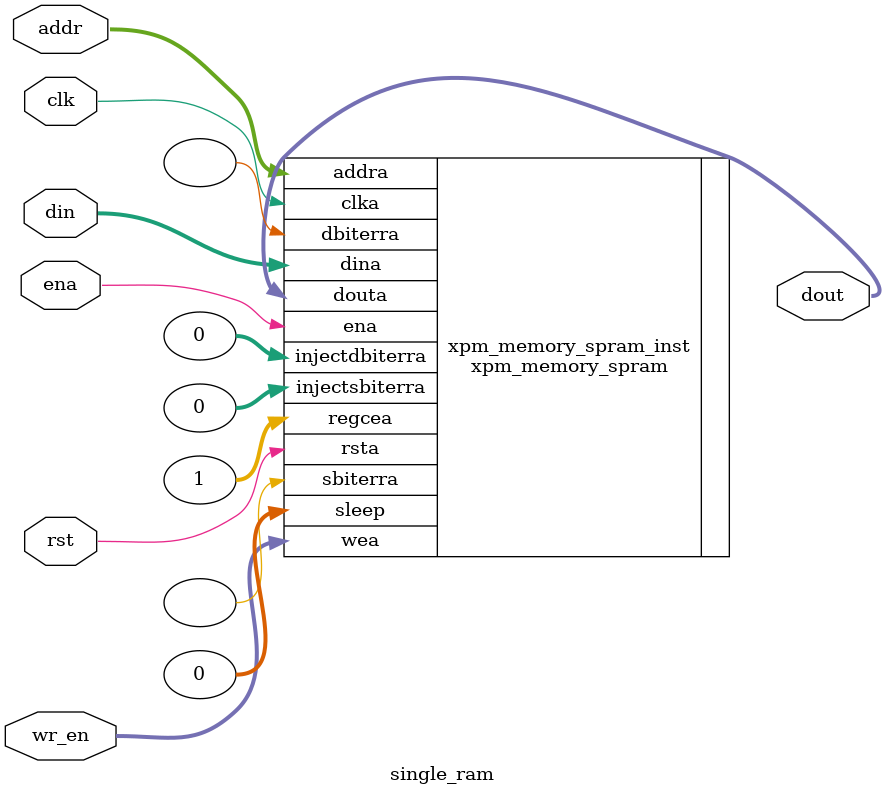
<source format=sv>
`timescale 1ns/1ps


//     input  logic [WIDTH-1:0]    din,
//     input  logic [DEPTH-1:0]    addr,

//     output logic [WIDTH-1:0]    dout
// );

// logic [DEPTH-1:0][WIDTH-1:0]    mem;

// always_ff @( posedge clk ) begin
//     if(wr_en)
//         mem[addr] <= din;
//     dout <= mem[addr];
// end
    
// endmodule

module single_ram #(
    parameter DATA_WIDTH    = 32,
    parameter ADDR_WIDTH    = 6,
    parameter WRITE_MODE    = "write_first",
    parameter READ_LATENCY  = 1,
    parameter MEMORY_INIT_FILE  = "none"
) (
    input  logic                    clk,
    input  logic                    rst,
    input  logic [DATA_WIDTH/8-1:0] wr_en,
    input  logic                    ena,

    input  logic [DATA_WIDTH-1:0]   din,
    input  logic [ADDR_WIDTH-1:0]   addr,

    output logic [DATA_WIDTH-1:0]   dout
);
// xpm_memory_spram: Single Port RAM
// Xilinx Parameterized Macro, version 2021.2

xpm_memory_spram #(
    .ADDR_WIDTH_A           (   ADDR_WIDTH  ),
    .AUTO_SLEEP_TIME        (   0           ),
    .BYTE_WRITE_WIDTH_A     (   8           ),
    .CASCADE_HEIGHT         (   0           ),
    .ECC_MODE               (   "no_ecc"    ),
    .MEMORY_INIT_FILE       (   MEMORY_INIT_FILE),
    .MEMORY_INIT_PARAM      (   "0"         ),
    .MEMORY_OPTIMIZATION    (   "true"      ),
    .MEMORY_PRIMITIVE       (   "auto"      ),
    .MEMORY_SIZE            (   2**ADDR_WIDTH * DATA_WIDTH), 
    .MESSAGE_CONTROL        (   0           ),
    .READ_DATA_WIDTH_A      (   DATA_WIDTH  ),
    .READ_LATENCY_A         (   READ_LATENCY),
    .READ_RESET_VALUE_A     (   "0"         ),
    .RST_MODE_A             (   "SYNC"      ),
    .SIM_ASSERT_CHK         (   0           ),
    .USE_MEM_INIT           (   1           ),
    .USE_MEM_INIT_MMI       (   0           ),
    .WAKEUP_TIME            (   "disable_sleep" ),
    .WRITE_DATA_WIDTH_A     (   DATA_WIDTH  ),
    .WRITE_MODE_A           (   WRITE_MODE  ),
    .WRITE_PROTECT          (   1           ) 
)
xpm_memory_spram_inst (
    .dbiterra(),                // 1-bit output: Status signal to indicate double bit error occurrence
                                // on the data output of port A.

    .douta(dout),               // READ_DATA_WIDTH_A-bit output: Data output for port A read operations.
    .sbiterra(),                // 1-bit output: Status signal to indicate single bit error occurrence
                                // on the data output of port A.

    .addra(addr),               // ADDR_WIDTH_A-bit input: Address for port A write and read operations.
    .clka(clk),                 // 1-bit input: Clock signal for port A.
    .dina(din),                 // WRITE_DATA_WIDTH_A-bit input: Data input for port A write operations.
    .ena(ena),                  // 1-bit input: Memory enable signal for port A. Must be high on clock
                                // cycles when read or write operations are initiated. Pipelined
                                // internally.

    .injectdbiterra(0),         // 1-bit input: Controls double bit error injection on input data when
                                // ECC enabled (Error injection capability is not available in
                                // "decode_only" mode).

    .injectsbiterra(0),         // 1-bit input: Controls single bit error injection on input data when
                                // ECC enabled (Error injection capability is not available in
                                // "decode_only" mode).

    .regcea(1),                 // 1-bit input: Clock Enable for the last register stage on the output
                                // data path.

    .rsta(rst),                 // 1-bit input: Reset signal for the final port A output register stage.
                                // Synchronously resets output port douta to the value specified by
                                // parameter READ_RESET_VALUE_A.

    .sleep(0),                  // 1-bit input: sleep signal to enable the dynamic power saving feature.
    .wea(wr_en)                 // WRITE_DATA_WIDTH_A/BYTE_WRITE_WIDTH_A-bit input: Write enable vector
                                // for port A input data port dina. 1 bit wide when word-wide writes are
                                // used. In byte-wide write configurations, each bit controls the
                                // writing one byte of dina to address addra. For example, to
                                // synchronously write only bits [15-8] of dina when WRITE_DATA_WIDTH_A
                                // is 32, wea would be 4'b0010.
);
endmodule

// XPM_MEMORY instantiation template for Single Port RAM configurations
// Refer to the targeted device family architecture libraries guide for XPM_MEMORY documentation
// =======================================================================================================================

// Parameter usage table, organized as follows:
// +---------------------------------------------------------------------------------------------------------------------+
// | Parameter name       | Data type          | Restrictions, if applicable                                             |
// |---------------------------------------------------------------------------------------------------------------------|
// | Description                                                                                                         |
// +---------------------------------------------------------------------------------------------------------------------+
// +---------------------------------------------------------------------------------------------------------------------+
// | ADDR_WIDTH_A         | Integer            | Range: 1 - 20. Default value = 6.                                       |
// |---------------------------------------------------------------------------------------------------------------------|
// | Specify the width of the port A address port addra, in bits.                                                        |
// | Must be large enough to access the entire memory from port A, i.e. &gt;= $clog2(MEMORY_SIZE/[WRITE|READ]_DATA_WIDTH_A).|
// +---------------------------------------------------------------------------------------------------------------------+
// | AUTO_SLEEP_TIME      | Integer            | Range: 0 - 15. Default value = 0.                                       |
// |---------------------------------------------------------------------------------------------------------------------|
// | Specify the number of clka cycles to auto-sleep, if feature is available in architecture.                           |
// |                                                                                                                     |
// | 0 - Disable auto-sleep feature                                                                                      |
// | 3-15 - Number of auto-sleep latency cycles                                                                          |
// |                                                                                                                     |
// | Do not change from the value provided in the template instantiation.                                                |
// +---------------------------------------------------------------------------------------------------------------------+
// | BYTE_WRITE_WIDTH_A   | Integer            | Range: 1 - 4608. Default value = 32.                                    |
// |---------------------------------------------------------------------------------------------------------------------|
// | To enable byte-wide writes on port A, specify the byte width, in bits.                                              |
// |                                                                                                                     |
// | 8- 8-bit byte-wide writes, legal when WRITE_DATA_WIDTH_A is an integer multiple of 8                                |
// | 9- 9-bit byte-wide writes, legal when WRITE_DATA_WIDTH_A is an integer multiple of 9                                |
// |                                                                                                                     |
// | Or to enable word-wide writes on port A, specify the same value as for WRITE_DATA_WIDTH_A.                          |
// +---------------------------------------------------------------------------------------------------------------------+
// | CASCADE_HEIGHT       | Integer            | Range: 0 - 64. Default value = 0.                                       |
// |---------------------------------------------------------------------------------------------------------------------|
// | 0- No Cascade Height, Allow Vivado Synthesis to choose.                                                             |
// | 1 or more - Vivado Synthesis sets the specified value as Cascade Height.                                            |
// +---------------------------------------------------------------------------------------------------------------------+
// | ECC_MODE             | String             | Allowed values: no_ecc, both_encode_and_decode, decode_only, encode_only. Default value = no_ecc.|
// |---------------------------------------------------------------------------------------------------------------------|
// |                                                                                                                     |
// |   "no_ecc" - Disables ECC                                                                                           |
// |   "encode_only" - Enables ECC Encoder only                                                                          |
// |   "decode_only" - Enables ECC Decoder only                                                                          |
// |   "both_encode_and_decode" - Enables both ECC Encoder and Decoder                                                   |
// +---------------------------------------------------------------------------------------------------------------------+
// | MEMORY_INIT_FILE     | String             | Default value = none.                                                   |
// |---------------------------------------------------------------------------------------------------------------------|
// | Specify "none" (including quotes) for no memory initialization, or specify the name of a memory initialization file-|
// | Enter only the name of the file with .mem extension, including quotes but without path (e.g. "my_file.mem").        |
// | File format must be ASCII and consist of only hexadecimal values organized into the specified depth by              |
// | narrowest data width generic value of the memory. Initialization of memory happens through the file name specified only when parameter|
// | MEMORY_INIT_PARAM value is equal to "".                                                                             |
// | When using XPM_MEMORY in a project, add the specified file to the Vivado project as a design source.                |
// +---------------------------------------------------------------------------------------------------------------------+
// | MEMORY_INIT_PARAM    | String             | Default value = 0.                                                      |
// |---------------------------------------------------------------------------------------------------------------------|
// | Specify "" or "0" (including quotes) for no memory initialization through parameter, or specify the string          |
// | containing the hex characters. Enter only hex characters with each location separated by delimiter (,).             |
// | Parameter format must be ASCII and consist of only hexadecimal values organized into the specified depth by         |
// | narrowest data width generic value of the memory.For example, if the narrowest data width is 8, and the depth of    |
// | memory is 8 locations, then the parameter value should be passed as shown below.                                    |
// | parameter MEMORY_INIT_PARAM = "AB,CD,EF,1,2,34,56,78"                                                               |
// | Where "AB" is the 0th location and "78" is the 7th location.                                                        |
// +---------------------------------------------------------------------------------------------------------------------+
// | MEMORY_OPTIMIZATION  | String             | Allowed values: true, false. Default value = true.                      |
// |---------------------------------------------------------------------------------------------------------------------|
// | Specify "true" to enable the optimization of unused memory or bits in the memory structure. Specify "false" to      |
// | disable the optimization of unused memory or bits in the memory structure.                                          |
// +---------------------------------------------------------------------------------------------------------------------+
// | MEMORY_PRIMITIVE     | String             | Allowed values: auto, block, distributed, mixed, ultra. Default value = auto.|
// |---------------------------------------------------------------------------------------------------------------------|
// | Designate the memory primitive (resource type) to use.                                                              |
// |                                                                                                                     |
// |   "auto"- Allow Vivado Synthesis to choose                                                                          |
// |   "distributed"- Distributed memory                                                                                 |
// |   "block"- Block memory                                                                                             |
// |   "ultra"- Ultra RAM memory                                                                                         |
// |   "mixed"- Mixed memory                                                                                             |
// |                                                                                                                     |
// | NOTE: There may be a behavior mismatch if Block RAM or Ultra RAM specific features, like ECC or Asymmetry, are selected with MEMORY_PRIMITIVE set to "auto".|
// +---------------------------------------------------------------------------------------------------------------------+
// | MEMORY_SIZE          | Integer            | Range: 2 - 150994944. Default value = 2048.                             |
// |---------------------------------------------------------------------------------------------------------------------|
// | Specify the total memory array size, in bits.                                                                       |
// | For example, enter 65536 for a 2kx32 RAM.                                                                           |
// |                                                                                                                     |
// |   When ECC is enabled and set to "encode_only", then the memory size has to be multiples of READ_DATA_WIDTH_A       |
// |   When ECC is enabled and set to "decode_only", then the memory size has to be multiples of WRITE_DATA_WIDTH_A      |
// +---------------------------------------------------------------------------------------------------------------------+
// | MESSAGE_CONTROL      | Integer            | Range: 0 - 1. Default value = 0.                                        |
// |---------------------------------------------------------------------------------------------------------------------|
// | Specify 1 to enable the dynamic message reporting such as collision warnings, and 0 to disable the message reporting|
// +---------------------------------------------------------------------------------------------------------------------+
// | READ_DATA_WIDTH_A    | Integer            | Range: 1 - 4608. Default value = 32.                                    |
// |---------------------------------------------------------------------------------------------------------------------|
// | Specify the width of the port A read data output port douta, in bits.                                               |
// | The values of READ_DATA_WIDTH_A and WRITE_DATA_WIDTH_A must be equal.                                               |
// | When ECC is enabled and set to "encode_only", then READ_DATA_WIDTH_A has to be multiples of 72-bits.                |
// | When ECC is enabled and set to "decode_only" or "both_encode_and_decode", then READ_DATA_WIDTH_A has to be          |
// | multiples of 64-bits.                                                                                               |
// +---------------------------------------------------------------------------------------------------------------------+
// | READ_LATENCY_A       | Integer            | Range: 0 - 100. Default value = 2.                                      |
// |---------------------------------------------------------------------------------------------------------------------|
// | Specify the number of register stages in the port A read data pipeline. Read data output to port douta takes this   |
// | number of clka cycles.                                                                                              |
// |                                                                                                                     |
// | To target block memory, a value of 1 or larger is required- 1 causes use of memory latch only; 2 causes use of      |
// | output register.                                                                                                    |
// | To target distributed memory, a value of 0 or larger is required- 0 indicates combinatorial output.                 |
// | Values larger than 2 synthesize additional flip-flops that are not retimed into memory primitives.                  |
// +---------------------------------------------------------------------------------------------------------------------+
// | READ_RESET_VALUE_A   | String             | Default value = 0.                                                      |
// |---------------------------------------------------------------------------------------------------------------------|
// | Specify the reset value of the port A final output register stage in response to rsta input port is assertion.      |
// | Since this parameter is a string, you must specify the hex values inside double quotes. For example,                |
// | If the read data width is 8, then specify READ_RESET_VALUE_A = "EA";                                                |
// | When ECC is enabled, then reset value is not supported.                                                             |
// +---------------------------------------------------------------------------------------------------------------------+
// | RST_MODE_A           | String             | Allowed values: SYNC, ASYNC. Default value = SYNC.                      |
// |---------------------------------------------------------------------------------------------------------------------|
// | Describes the behaviour of the reset                                                                                |
// |                                                                                                                     |
// |   "SYNC" - when reset is applied, synchronously resets output port douta to the value specified by parameter READ_RESET_VALUE_A|
// |   "ASYNC" - when reset is applied, asynchronously resets output port douta to zero                                  |
// +---------------------------------------------------------------------------------------------------------------------+
// | SIM_ASSERT_CHK       | Integer            | Range: 0 - 1. Default value = 0.                                        |
// |---------------------------------------------------------------------------------------------------------------------|
// | 0- Disable simulation message reporting. Messages related to potential misuse will not be reported.                 |
// | 1- Enable simulation message reporting. Messages related to potential misuse will be reported.                      |
// +---------------------------------------------------------------------------------------------------------------------+
// | USE_MEM_INIT         | Integer            | Range: 0 - 1. Default value = 1.                                        |
// |---------------------------------------------------------------------------------------------------------------------|
// | Specify 1 to enable the generation of below message and 0 to disable generation of the following message completely.|
// | "INFO - MEMORY_INIT_FILE and MEMORY_INIT_PARAM together specifies no memory initialization.                         |
// | Initial memory contents will be all 0s."                                                                            |
// | NOTE: This message gets generated only when there is no Memory Initialization specified either through file or      |
// | Parameter.                                                                                                          |
// +---------------------------------------------------------------------------------------------------------------------+
// | USE_MEM_INIT_MMI     | Integer            | Range: 0 - 1. Default value = 0.                                        |
// |---------------------------------------------------------------------------------------------------------------------|
// | Specify 1 to expose this memory information to be written out in the MMI file.                                      |
// +---------------------------------------------------------------------------------------------------------------------+
// | WAKEUP_TIME          | String             | Allowed values: disable_sleep, use_sleep_pin. Default value = disable_sleep.|
// |---------------------------------------------------------------------------------------------------------------------|
// | Specify "disable_sleep" to disable dynamic power saving option, and specify "use_sleep_pin" to enable the           |
// | dynamic power saving option                                                                                         |
// +---------------------------------------------------------------------------------------------------------------------+
// | WRITE_DATA_WIDTH_A   | Integer            | Range: 1 - 4608. Default value = 32.                                    |
// |---------------------------------------------------------------------------------------------------------------------|
// | Specify the width of the port A write data input port dina, in bits.                                                |
// | The values of WRITE_DATA_WIDTH_A and READ_DATA_WIDTH_A must be equal.                                               |
// | When ECC is enabled and set to "encode_only" or "both_encode_and_decode", then WRITE_DATA_WIDTH_A must be           |
// | multiples of 64-bits.                                                                                               |
// | When ECC is enabled and set to "decode_only", then WRITE_DATA_WIDTH_A must be multiples of 72-bits.                 |
// +---------------------------------------------------------------------------------------------------------------------+
// | WRITE_MODE_A         | String             | Allowed values: read_first, no_change, write_first. Default value = read_first.|
// |---------------------------------------------------------------------------------------------------------------------|
// | Write mode behavior for port A output data port, douta.                                                             |
// +---------------------------------------------------------------------------------------------------------------------+
// | WRITE_PROTECT        | Integer            | Range: 0 - 1. Default value = 1.                                        |
// |---------------------------------------------------------------------------------------------------------------------|
// | Default value is 1, means write is protected through enable and write enable and hence the LUT is placed before the memory. This is the default behaviour to access memory.|
// | When 0, disables write protection. Write enable (WE) directly connected to memory.                                  |
// | NOTE: Disable this option only if the advanced users can guarantee that the write enable (WE) cannot be given without enable (EN).|
// +---------------------------------------------------------------------------------------------------------------------+

// Port usage table, organized as follows:
// +---------------------------------------------------------------------------------------------------------------------+
// | Port name      | Direction | Size, in bits                         | Domain  | Sense       | Handling if unused     |
// |---------------------------------------------------------------------------------------------------------------------|
// | Description                                                                                                         |
// +---------------------------------------------------------------------------------------------------------------------+
// +---------------------------------------------------------------------------------------------------------------------+
// | addra          | Input     | ADDR_WIDTH_A                          | clka    | NA          | Required               |
// |---------------------------------------------------------------------------------------------------------------------|
// | Address for port A write and read operations.                                                                       |
// +---------------------------------------------------------------------------------------------------------------------+
// | clka           | Input     | 1                                     | NA      | Rising edge | Required               |
// |---------------------------------------------------------------------------------------------------------------------|
// | Clock signal for port A.                                                                                            |
// +---------------------------------------------------------------------------------------------------------------------+
// | dbiterra       | Output    | 1                                     | clka    | Active-high | DoNotCare              |
// |---------------------------------------------------------------------------------------------------------------------|
// | Status signal to indicate double bit error occurrence on the data output of port A.                                 |
// +---------------------------------------------------------------------------------------------------------------------+
// | dina           | Input     | WRITE_DATA_WIDTH_A                    | clka    | NA          | Required               |
// |---------------------------------------------------------------------------------------------------------------------|
// | Data input for port A write operations.                                                                             |
// +---------------------------------------------------------------------------------------------------------------------+
// | douta          | Output    | READ_DATA_WIDTH_A                     | clka    | NA          | Required               |
// |---------------------------------------------------------------------------------------------------------------------|
// | Data output for port A read operations.                                                                             |
// +---------------------------------------------------------------------------------------------------------------------+
// | ena            | Input     | 1                                     | clka    | Active-high | Required               |
// |---------------------------------------------------------------------------------------------------------------------|
// | Memory enable signal for port A.                                                                                    |
// | Must be high on clock cycles when read or write operations are initiated. Pipelined internally.                     |
// +---------------------------------------------------------------------------------------------------------------------+
// | injectdbiterra | Input     | 1                                     | clka    | Active-high | Tie to 1'b0            |
// |---------------------------------------------------------------------------------------------------------------------|
// | Controls double bit error injection on input data when ECC enabled (Error injection capability is not available in  |
// | "decode_only" mode).                                                                                                |
// +---------------------------------------------------------------------------------------------------------------------+
// | injectsbiterra | Input     | 1                                     | clka    | Active-high | Tie to 1'b0            |
// |---------------------------------------------------------------------------------------------------------------------|
// | Controls single bit error injection on input data when ECC enabled (Error injection capability is not available in  |
// | "decode_only" mode).                                                                                                |
// +---------------------------------------------------------------------------------------------------------------------+
// | regcea         | Input     | 1                                     | clka    | Active-high | Tie to 1'b1            |
// |---------------------------------------------------------------------------------------------------------------------|
// | Clock Enable for the last register stage on the output data path.                                                   |
// +---------------------------------------------------------------------------------------------------------------------+
// | rsta           | Input     | 1                                     | clka    | Active-high | Required               |
// |---------------------------------------------------------------------------------------------------------------------|
// | Reset signal for the final port A output register stage.                                                            |
// | Synchronously resets output port douta to the value specified by parameter READ_RESET_VALUE_A.                      |
// +---------------------------------------------------------------------------------------------------------------------+
// | sbiterra       | Output    | 1                                     | clka    | Active-high | DoNotCare              |
// |---------------------------------------------------------------------------------------------------------------------|
// | Status signal to indicate single bit error occurrence on the data output of port A.                                 |
// +---------------------------------------------------------------------------------------------------------------------+
// | sleep          | Input     | 1                                     | NA      | Active-high | Tie to 1'b0            |
// |---------------------------------------------------------------------------------------------------------------------|
// | sleep signal to enable the dynamic power saving feature.                                                            |
// +---------------------------------------------------------------------------------------------------------------------+
// | wea            | Input     | WRITE_DATA_WIDTH_A/BYTE_WRITE_WIDTH_A | clka    | Active-high | Required               |
// |---------------------------------------------------------------------------------------------------------------------|
// | Write enable vector for port A input data port dina. 1 bit wide when word-wide writes are used.                     |
// | In byte-wide write configurations, each bit controls the writing one byte of dina to address addra.                 |
// | For example, to synchronously write only bits [15-8] of dina when WRITE_DATA_WIDTH_A is 32, wea would be 4'b0010.   |
// +---------------------------------------------------------------------------------------------------------------------+
	
				
</source>
